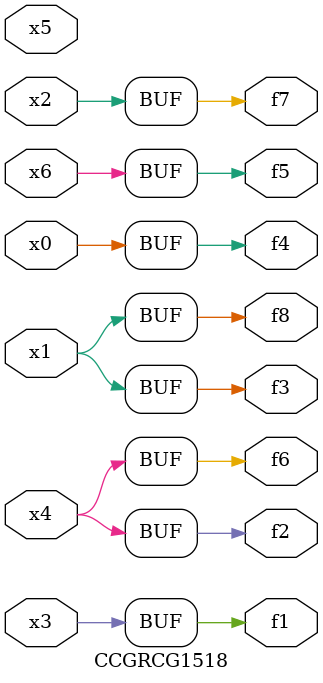
<source format=v>
module CCGRCG1518(
	input x0, x1, x2, x3, x4, x5, x6,
	output f1, f2, f3, f4, f5, f6, f7, f8
);
	assign f1 = x3;
	assign f2 = x4;
	assign f3 = x1;
	assign f4 = x0;
	assign f5 = x6;
	assign f6 = x4;
	assign f7 = x2;
	assign f8 = x1;
endmodule

</source>
